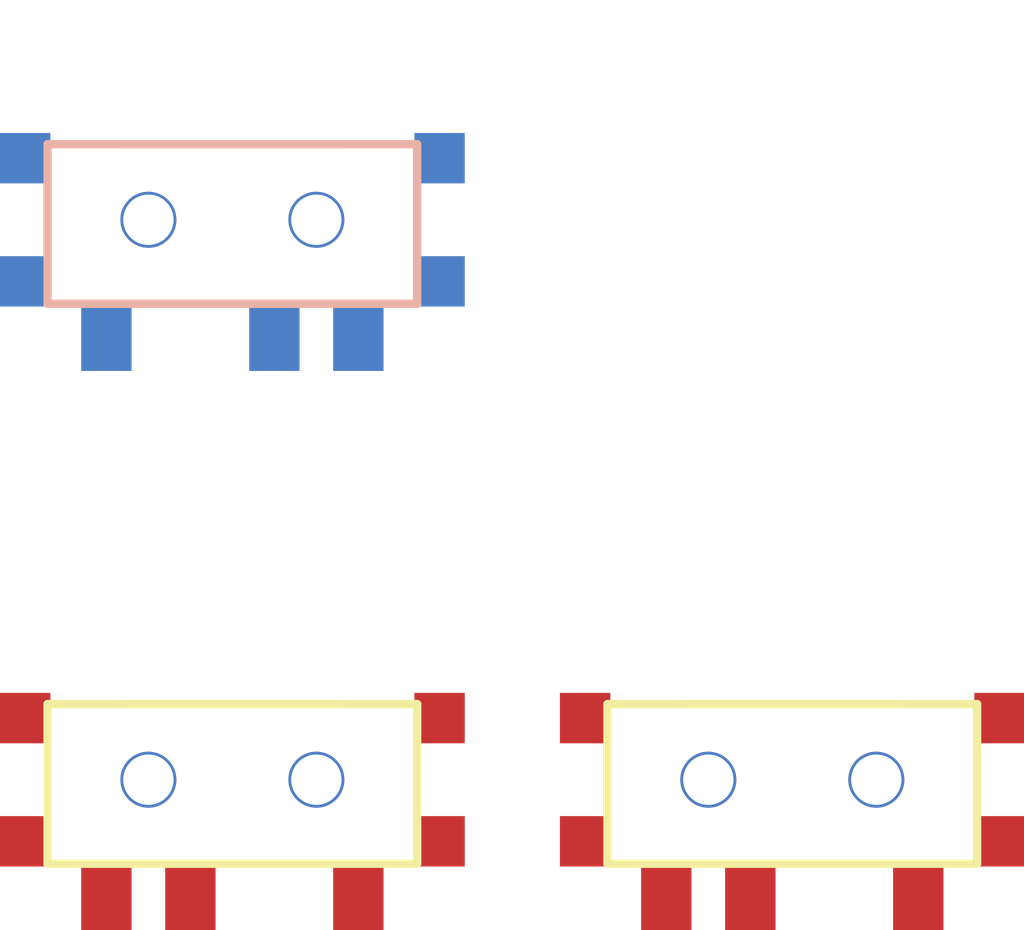
<source format=kicad_pcb>


(kicad_pcb (version 20171130) (host pcbnew 5.1.6)

  (page A3)
  (title_block
    (title "pcb")
    (rev "v1.0.0")
    (company "Unknown")
  )

  (general
    (thickness 1.6)
  )

  (layers
    (0 F.Cu signal)
    (31 B.Cu signal)
    (32 B.Adhes user)
    (33 F.Adhes user)
    (34 B.Paste user)
    (35 F.Paste user)
    (36 B.SilkS user)
    (37 F.SilkS user)
    (38 B.Mask user)
    (39 F.Mask user)
    (40 Dwgs.User user)
    (41 Cmts.User user)
    (42 Eco1.User user)
    (43 Eco2.User user)
    (44 Edge.Cuts user)
    (45 Margin user)
    (46 B.CrtYd user)
    (47 F.CrtYd user)
    (48 B.Fab user)
    (49 F.Fab user)
  )

  (setup
    (last_trace_width 0.25)
    (trace_clearance 0.2)
    (zone_clearance 0.508)
    (zone_45_only no)
    (trace_min 0.2)
    (via_size 0.8)
    (via_drill 0.4)
    (via_min_size 0.4)
    (via_min_drill 0.3)
    (uvia_size 0.3)
    (uvia_drill 0.1)
    (uvias_allowed no)
    (uvia_min_size 0.2)
    (uvia_min_drill 0.1)
    (edge_width 0.05)
    (segment_width 0.2)
    (pcb_text_width 0.3)
    (pcb_text_size 1.5 1.5)
    (mod_edge_width 0.12)
    (mod_text_size 1 1)
    (mod_text_width 0.15)
    (pad_size 1.524 1.524)
    (pad_drill 0.762)
    (pad_to_mask_clearance 0.05)
    (aux_axis_origin 0 0)
    (visible_elements FFFFFF7F)
    (pcbplotparams
      (layerselection 0x010fc_ffffffff)
      (usegerberextensions false)
      (usegerberattributes true)
      (usegerberadvancedattributes true)
      (creategerberjobfile true)
      (excludeedgelayer true)
      (linewidth 0.100000)
      (plotframeref false)
      (viasonmask false)
      (mode 1)
      (useauxorigin false)
      (hpglpennumber 1)
      (hpglpenspeed 20)
      (hpglpendiameter 15.000000)
      (psnegative false)
      (psa4output false)
      (plotreference true)
      (plotvalue true)
      (plotinvisibletext false)
      (padsonsilk false)
      (subtractmaskfromsilk false)
      (outputformat 1)
      (mirror false)
      (drillshape 1)
      (scaleselection 1)
      (outputdirectory ""))
  )

  (net 0 "")
(net 1 "GND")
(net 2 "A")
(net 3 "COM")
(net 4 "B")

  (net_class Default "This is the default net class."
    (clearance 0.2)
    (trace_width 0.25)
    (via_dia 0.8)
    (via_drill 0.4)
    (uvia_dia 0.3)
    (uvia_drill 0.1)
    (add_net "")
(add_net "GND")
(add_net "A")
(add_net "COM")
(add_net "B")
  )

  
      (module E73:SPDT_C128955 (layer F.Cu) (tstamp 5BF2CC3C)

        (at 0 0 0)

        
        (fp_text reference "T1" (at 0 0) (layer F.SilkS) hide (effects (font (size 1.27 1.27) (thickness 0.15))))
        (fp_text value "" (at 0 0) (layer F.SilkS) hide (effects (font (size 1.27 1.27) (thickness 0.15))))
        
        
        (fp_line (start 1.95 -1.35) (end -1.95 -1.35) (layer F.SilkS) (width 0.15))
        (fp_line (start 0 -1.35) (end -3.3 -1.35) (layer F.SilkS) (width 0.15))
        (fp_line (start -3.3 -1.35) (end -3.3 1.5) (layer F.SilkS) (width 0.15))
        (fp_line (start -3.3 1.5) (end 3.3 1.5) (layer F.SilkS) (width 0.15))
        (fp_line (start 3.3 1.5) (end 3.3 -1.35) (layer F.SilkS) (width 0.15))
        (fp_line (start 0 -1.35) (end 3.3 -1.35) (layer F.SilkS) (width 0.15))
        
        
        (fp_line (start -1.95 -3.85) (end 1.95 -3.85) (layer Dwgs.User) (width 0.15))
        (fp_line (start 1.95 -3.85) (end 1.95 -1.35) (layer Dwgs.User) (width 0.15))
        (fp_line (start -1.95 -1.35) (end -1.95 -3.85) (layer Dwgs.User) (width 0.15))
        
        
        (pad "" np_thru_hole circle (at 1.5 0) (size 1 1) (drill 0.9) (layers *.Cu *.Mask))
        (pad "" np_thru_hole circle (at -1.5 0) (size 1 1) (drill 0.9) (layers *.Cu *.Mask))

        
        (pad 1 smd rect (at 2.25 2.075 0) (size 0.9 1.25) (layers F.Cu F.Paste F.Mask) (net 2 "A"))
        (pad 2 smd rect (at -0.75 2.075 0) (size 0.9 1.25) (layers F.Cu F.Paste F.Mask) (net 3 "COM"))
        (pad 3 smd rect (at -2.25 2.075 0) (size 0.9 1.25) (layers F.Cu F.Paste F.Mask) )
        
        
        (pad "" smd rect (at 3.7 -1.1 0) (size 0.9 0.9) (layers F.Cu F.Paste F.Mask) (net 1 "GND"))
        (pad "" smd rect (at 3.7 1.1 0) (size 0.9 0.9) (layers F.Cu F.Paste F.Mask) (net 1 "GND"))
        (pad "" smd rect (at -3.7 1.1 0) (size 0.9 0.9) (layers F.Cu F.Paste F.Mask) (net 1 "GND"))
        (pad "" smd rect (at -3.7 -1.1 0) (size 0.9 0.9) (layers F.Cu F.Paste F.Mask) (net 1 "GND"))
      )  
    

      (module E73:SPDT_C128955 (layer F.Cu) (tstamp 5BF2CC3C)

        (at 10 0 0)

        
        (fp_text reference "T2" (at 0 0) (layer F.SilkS) hide (effects (font (size 1.27 1.27) (thickness 0.15))))
        (fp_text value "" (at 0 0) (layer F.SilkS) hide (effects (font (size 1.27 1.27) (thickness 0.15))))
        
        
        (fp_line (start 1.95 -1.35) (end -1.95 -1.35) (layer F.SilkS) (width 0.15))
        (fp_line (start 0 -1.35) (end -3.3 -1.35) (layer F.SilkS) (width 0.15))
        (fp_line (start -3.3 -1.35) (end -3.3 1.5) (layer F.SilkS) (width 0.15))
        (fp_line (start -3.3 1.5) (end 3.3 1.5) (layer F.SilkS) (width 0.15))
        (fp_line (start 3.3 1.5) (end 3.3 -1.35) (layer F.SilkS) (width 0.15))
        (fp_line (start 0 -1.35) (end 3.3 -1.35) (layer F.SilkS) (width 0.15))
        
        
        (fp_line (start -1.95 -3.85) (end 1.95 -3.85) (layer Dwgs.User) (width 0.15))
        (fp_line (start 1.95 -3.85) (end 1.95 -1.35) (layer Dwgs.User) (width 0.15))
        (fp_line (start -1.95 -1.35) (end -1.95 -3.85) (layer Dwgs.User) (width 0.15))
        
        
        (pad "" np_thru_hole circle (at 1.5 0) (size 1 1) (drill 0.9) (layers *.Cu *.Mask))
        (pad "" np_thru_hole circle (at -1.5 0) (size 1 1) (drill 0.9) (layers *.Cu *.Mask))

        
        (pad 1 smd rect (at 2.25 2.075 0) (size 0.9 1.25) (layers F.Cu F.Paste F.Mask) )
        (pad 2 smd rect (at -0.75 2.075 0) (size 0.9 1.25) (layers F.Cu F.Paste F.Mask) (net 3 "COM"))
        (pad 3 smd rect (at -2.25 2.075 0) (size 0.9 1.25) (layers F.Cu F.Paste F.Mask) (net 4 "B"))
        
        
        (pad "" smd rect (at 3.7 -1.1 0) (size 0.9 0.9) (layers F.Cu F.Paste F.Mask) (net 1 "GND"))
        (pad "" smd rect (at 3.7 1.1 0) (size 0.9 0.9) (layers F.Cu F.Paste F.Mask) (net 1 "GND"))
        (pad "" smd rect (at -3.7 1.1 0) (size 0.9 0.9) (layers F.Cu F.Paste F.Mask) (net 1 "GND"))
        (pad "" smd rect (at -3.7 -1.1 0) (size 0.9 0.9) (layers F.Cu F.Paste F.Mask) (net 1 "GND"))
      )  
    

      (module E73:SPDT_C128955 (layer F.Cu) (tstamp 5BF2CC3C)

        (at 0 -10 0)

        
        (fp_text reference "T3" (at 0 0) (layer F.SilkS) hide (effects (font (size 1.27 1.27) (thickness 0.15))))
        (fp_text value "" (at 0 0) (layer F.SilkS) hide (effects (font (size 1.27 1.27) (thickness 0.15))))
        
        
        (fp_line (start 1.95 -1.35) (end -1.95 -1.35) (layer B.SilkS) (width 0.15))
        (fp_line (start 0 -1.35) (end -3.3 -1.35) (layer B.SilkS) (width 0.15))
        (fp_line (start -3.3 -1.35) (end -3.3 1.5) (layer B.SilkS) (width 0.15))
        (fp_line (start -3.3 1.5) (end 3.3 1.5) (layer B.SilkS) (width 0.15))
        (fp_line (start 3.3 1.5) (end 3.3 -1.35) (layer B.SilkS) (width 0.15))
        (fp_line (start 0 -1.35) (end 3.3 -1.35) (layer B.SilkS) (width 0.15))
        
        
        (fp_line (start -1.95 -3.85) (end 1.95 -3.85) (layer Dwgs.User) (width 0.15))
        (fp_line (start 1.95 -3.85) (end 1.95 -1.35) (layer Dwgs.User) (width 0.15))
        (fp_line (start -1.95 -1.35) (end -1.95 -3.85) (layer Dwgs.User) (width 0.15))
        
        
        (pad "" np_thru_hole circle (at 1.5 0) (size 1 1) (drill 0.9) (layers *.Cu *.Mask))
        (pad "" np_thru_hole circle (at -1.5 0) (size 1 1) (drill 0.9) (layers *.Cu *.Mask))

        
        (pad 1 smd rect (at -2.25 2.075 0) (size 0.9 1.25) (layers B.Cu B.Paste B.Mask) (net 2 "A"))
        (pad 2 smd rect (at 0.75 2.075 0) (size 0.9 1.25) (layers B.Cu B.Paste B.Mask) (net 3 "COM"))
        (pad 3 smd rect (at 2.25 2.075 0) (size 0.9 1.25) (layers B.Cu B.Paste B.Mask) )
        
        
        (pad "" smd rect (at 3.7 -1.1 0) (size 0.9 0.9) (layers B.Cu B.Paste B.Mask) (net 1 "GND"))
        (pad "" smd rect (at 3.7 1.1 0) (size 0.9 0.9) (layers B.Cu B.Paste B.Mask) (net 1 "GND"))
        (pad "" smd rect (at -3.7 1.1 0) (size 0.9 0.9) (layers B.Cu B.Paste B.Mask) (net 1 "GND"))
        (pad "" smd rect (at -3.7 -1.1 0) (size 0.9 0.9) (layers B.Cu B.Paste B.Mask) (net 1 "GND"))
      )  
    
  

)


</source>
